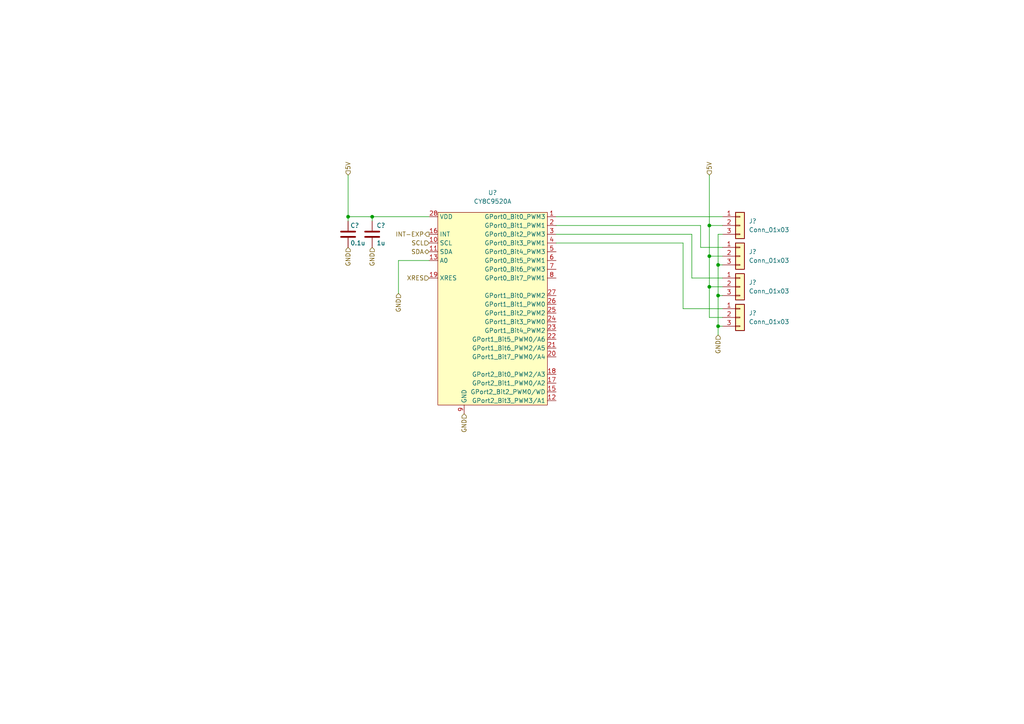
<source format=kicad_sch>
(kicad_sch (version 20211123) (generator eeschema)
  (paper "A4")
  (lib_symbols
    (symbol "B.B-rescue:C-Device-B.B-rescue" (pin_numbers hide) (pin_names (offset 0.254))
      (property "Reference" "C" (at 0.635 2.54 0))
      (property "Value" "C-Device-B.B-rescue" (at 0.635 -2.54 0))
      (symbol "C-Device-B.B-rescue_0_1"
        (polyline (pts (xy -2.032 -0.762) (xy 2.032 -0.762)) (stroke (width 0.508)))
        (polyline (pts (xy -2.032 0.762) (xy 2.032 0.762)) (stroke (width 0.508)))
      )
      (symbol "C-Device-B.B-rescue_1_1"
        (pin passive line (at 0 3.81 270) (length 2.794) (name "~") (number "1"))
        (pin passive line (at 0 -3.81 90) (length 2.794) (name "~") (number "2"))
      )
    )
    (symbol "Connector_Generic:Conn_01x03" (pin_names (offset 1.016) hide)
      (property "Reference" "J" (at 0 5.08 0))
      (property "Value" "Conn_01x03" (at 0 -5.08 0))
      (symbol "Conn_01x03_1_1"
        (rectangle (start -1.27 -2.413) (end 0 -2.667) (stroke (width 0.1524)))
        (rectangle (start -1.27 0.127) (end 0 -0.127) (stroke (width 0.1524)))
        (rectangle (start -1.27 2.667) (end 0 2.413) (stroke (width 0.1524)))
        (rectangle (start -1.27 3.81) (end 1.27 -3.81) (stroke (width 0.254)) (fill (type background)))
        (pin passive line (at -5.08 2.54 0) (length 3.81) (name "Pin_1") (number "1"))
        (pin passive line (at -5.08 0 0) (length 3.81) (name "Pin_2") (number "2"))
        (pin passive line (at -5.08 -2.54 0) (length 3.81) (name "Pin_3") (number "3"))
      )
    )
    (symbol "RB3203-Lib:CY8C9520A"
      (property "Reference" "U" (at 0 3.81 0))
      (property "Value" "CY8C9520A" (at 0 1.27 0))
      (symbol "CY8C9520A_0_1"
        (rectangle (start 15.24 0) (end -16.51 -55.88) (fill (type background)))
      )
      (symbol "CY8C9520A_1_1"
        (pin bidirectional line (at 17.78 -1.27 180) (length 2.54) (name "GPort0_Bit0_PWM3") (number "1"))
        (pin input line (at -19.05 -8.89 0) (length 2.54) (name "SCL") (number "10"))
        (pin bidirectional line (at -19.05 -11.43 0) (length 2.54) (name "SDA") (number "11"))
        (pin bidirectional line (at 17.78 -54.61 180) (length 2.54) (name "GPort2_Bit3_PWM3/A1") (number "12"))
        (pin input line (at -19.05 -13.97 0) (length 2.54) (name "A0") (number "13"))
        (pin input line (at -8.89 -58.42 90) (length 2.54) hide (name "GND") (number "14"))
        (pin bidirectional line (at 17.78 -52.07 180) (length 2.54) (name "GPort2_Bit2_PWM0/WD") (number "15"))
        (pin output line (at -19.05 -6.35 0) (length 2.54) (name "INT") (number "16"))
        (pin bidirectional line (at 17.78 -49.53 180) (length 2.54) (name "GPort2_Bit1_PWM0/A2") (number "17"))
        (pin bidirectional line (at 17.78 -46.99 180) (length 2.54) (name "GPort2_Bit0_PWM2/A3") (number "18"))
        (pin unspecified line (at -19.05 -19.05 0) (length 2.54) (name "XRES") (number "19"))
        (pin bidirectional line (at 17.78 -3.81 180) (length 2.54) (name "GPort0_Bit1_PWM1") (number "2"))
        (pin bidirectional line (at 17.78 -41.91 180) (length 2.54) (name "GPort1_Bit7_PWM0/A4") (number "20"))
        (pin bidirectional line (at 17.78 -39.37 180) (length 2.54) (name "GPort1_Bit6_PWM2/A5") (number "21"))
        (pin bidirectional line (at 17.78 -36.83 180) (length 2.54) (name "GPort1_Bit5_PWM0/A6") (number "22"))
        (pin bidirectional line (at 17.78 -34.29 180) (length 2.54) (name "GPort1_Bit4_PWM2") (number "23"))
        (pin bidirectional line (at 17.78 -31.75 180) (length 2.54) (name "GPort1_Bit3_PWM0") (number "24"))
        (pin bidirectional line (at 17.78 -29.21 180) (length 2.54) (name "GPort1_Bit2_PWM2") (number "25"))
        (pin bidirectional line (at 17.78 -26.67 180) (length 2.54) (name "GPort1_Bit1_PWM0") (number "26"))
        (pin bidirectional line (at 17.78 -24.13 180) (length 2.54) (name "GPort1_Bit0_PWM2") (number "27"))
        (pin power_in line (at -19.05 -1.27 0) (length 2.54) (name "VDD") (number "28"))
        (pin bidirectional line (at 17.78 -6.35 180) (length 2.54) (name "GPort0_Bit2_PWM3") (number "3"))
        (pin bidirectional line (at 17.78 -8.89 180) (length 2.54) (name "GPort0_Bit3_PWM1") (number "4"))
        (pin bidirectional line (at 17.78 -11.43 180) (length 2.54) (name "GPort0_Bit4_PWM3") (number "5"))
        (pin bidirectional line (at 17.78 -13.97 180) (length 2.54) (name "GPort0_Bit5_PWM1") (number "6"))
        (pin bidirectional line (at 17.78 -16.51 180) (length 2.54) (name "GPort0_Bit6_PWM3") (number "7"))
        (pin bidirectional line (at 17.78 -19.05 180) (length 2.54) (name "GPort0_Bit7_PWM1") (number "8"))
        (pin input line (at -8.89 -58.42 90) (length 2.54) (name "GND") (number "9"))
      )
    )
  )
  (junction (at 205.74 74.295))
  (junction (at 100.965 62.865))
  (junction (at 208.28 85.725))
  (junction (at 208.28 76.835))
  (junction (at 205.74 65.405))
  (junction (at 208.28 94.615))
  (junction (at 205.74 83.185))
  (junction (at 107.95 62.865))
  (wire (pts (xy 198.12 70.485) (xy 198.12 89.535)))
  (wire (pts (xy 107.95 62.865) (xy 124.46 62.865)))
  (wire (pts (xy 209.55 92.075) (xy 205.74 92.075)))
  (wire (pts (xy 205.74 83.185) (xy 205.74 92.075)))
  (wire (pts (xy 209.55 80.645) (xy 200.66 80.645)))
  (wire (pts (xy 203.2 65.405) (xy 203.2 71.755)))
  (wire (pts (xy 205.74 74.295) (xy 205.74 83.185)))
  (wire (pts (xy 208.28 76.835) (xy 209.55 76.835)))
  (wire (pts (xy 198.12 89.535) (xy 209.55 89.535)))
  (wire (pts (xy 200.66 67.945) (xy 161.29 67.945)))
  (wire (pts (xy 200.66 80.645) (xy 200.66 67.945)))
  (wire (pts (xy 208.28 94.615) (xy 209.55 94.615)))
  (wire (pts (xy 205.74 65.405) (xy 205.74 74.295)))
  (wire (pts (xy 208.28 94.615) (xy 208.28 85.725)))
  (wire (pts (xy 205.74 65.405) (xy 209.55 65.405)))
  (wire (pts (xy 208.28 85.725) (xy 209.55 85.725)))
  (wire (pts (xy 208.28 67.945) (xy 209.55 67.945)))
  (wire (pts (xy 161.29 70.485) (xy 198.12 70.485)))
  (wire (pts (xy 100.965 62.865) (xy 107.95 62.865)))
  (wire (pts (xy 100.965 64.135) (xy 100.965 62.865)))
  (wire (pts (xy 203.2 71.755) (xy 209.55 71.755)))
  (wire (pts (xy 161.29 65.405) (xy 203.2 65.405)))
  (wire (pts (xy 115.57 85.09) (xy 115.57 75.565)))
  (wire (pts (xy 205.74 50.8) (xy 205.74 65.405)))
  (wire (pts (xy 100.965 50.8) (xy 100.965 62.865)))
  (wire (pts (xy 208.28 85.725) (xy 208.28 76.835)))
  (wire (pts (xy 208.28 97.155) (xy 208.28 94.615)))
  (wire (pts (xy 205.74 83.185) (xy 209.55 83.185)))
  (wire (pts (xy 115.57 75.565) (xy 124.46 75.565)))
  (wire (pts (xy 208.28 76.835) (xy 208.28 67.945)))
  (wire (pts (xy 205.74 74.295) (xy 209.55 74.295)))
  (wire (pts (xy 161.29 62.865) (xy 209.55 62.865)))
  (wire (pts (xy 107.95 64.135) (xy 107.95 62.865)))
  (hierarchical_label "SCL" (shape input) (at 124.46 70.485 180))
  (hierarchical_label "SDA" (shape bidirectional) (at 124.46 73.025 180))
  (hierarchical_label "5V" (shape input) (at 205.74 50.8 90))
  (hierarchical_label "GND" (shape input) (at 208.28 97.155 270))
  (hierarchical_label "GND" (shape input) (at 134.62 120.015 270))
  (hierarchical_label "GND" (shape input) (at 115.57 85.09 270))
  (hierarchical_label "GND" (shape input) (at 107.95 71.755 270))
  (hierarchical_label "INT-EXP" (shape output) (at 124.46 67.945 180))
  (hierarchical_label "XRES" (shape input) (at 124.46 80.645 180))
  (hierarchical_label "GND" (shape input) (at 100.965 71.755 270))
  (hierarchical_label "5V" (shape input) (at 100.965 50.8 90))
  (symbol (lib_id "B.B-rescue:C-Device-B.B-rescue") (at 107.95 67.945 180) (unit 1)
    (property "Reference" "C?" (at 110.49 65.405 0))
    (property "Value" "1u" (at 110.49 70.485 0))
    (property "Footprint" "Capacitor_SMD:C_0402_1005Metric" (effects hide))
    (property "LCSC" "C52923" (effects hide))
  )
  (symbol (lib_id "Connector_Generic:Conn_01x03") (at 214.63 74.295 0) (unit 1)
    (property "Reference" "J?" (at 217.17 73.0249 0) (effects (justify left)))
    (property "Value" "Conn_01x03" (at 217.17 75.5649 0) (effects (justify left)))
  )
  (symbol (lib_id "Connector_Generic:Conn_01x03") (at 214.63 83.185 0) (unit 1)
    (property "Reference" "J?" (at 217.17 81.9149 0) (effects (justify left)))
    (property "Value" "Conn_01x03" (at 217.17 84.4549 0) (effects (justify left)))
  )
  (symbol (lib_id "Connector_Generic:Conn_01x03") (at 214.63 92.075 0) (unit 1)
    (property "Reference" "J?" (at 217.17 90.8049 0) (effects (justify left)))
    (property "Value" "Conn_01x03" (at 217.17 93.3449 0) (effects (justify left)))
  )
  (symbol (lib_id "RB3203-Lib:CY8C9520A") (at 143.51 61.595 0) (unit 1)
    (property "Reference" "U?" (at 142.875 55.88 0))
    (property "Value" "CY8C9520A" (at 142.875 58.42 0))
  )
  (symbol (lib_id "B.B-rescue:C-Device-B.B-rescue") (at 100.965 67.945 0) (unit 1)
    (property "Reference" "C?" (at 101.6 65.405 0) (effects (justify left)))
    (property "Value" "0.1u" (at 101.6 70.485 0) (effects (justify left)))
    (property "Footprint" "Resistor_SMD:R_0402_1005Metric" (effects hide))
    (property "LCSC" "C1525" (effects hide))
  )
  (symbol (lib_id "Connector_Generic:Conn_01x03") (at 214.63 65.405 0) (unit 1)
    (property "Reference" "J?" (at 217.17 64.1349 0) (effects (justify left)))
    (property "Value" "Conn_01x03" (at 217.17 66.6749 0) (effects (justify left)))
  )
)
</source>
